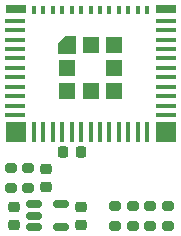
<source format=gbr>
%TF.GenerationSoftware,KiCad,Pcbnew,8.0.5*%
%TF.CreationDate,2025-07-05T11:02:35+01:00*%
%TF.ProjectId,sdrr wifi rev a,73647272-2077-4696-9669-207265762061,rev?*%
%TF.SameCoordinates,Original*%
%TF.FileFunction,Paste,Top*%
%TF.FilePolarity,Positive*%
%FSLAX46Y46*%
G04 Gerber Fmt 4.6, Leading zero omitted, Abs format (unit mm)*
G04 Created by KiCad (PCBNEW 8.0.5) date 2025-07-05 11:02:35*
%MOMM*%
%LPD*%
G01*
G04 APERTURE LIST*
G04 Aperture macros list*
%AMRoundRect*
0 Rectangle with rounded corners*
0 $1 Rounding radius*
0 $2 $3 $4 $5 $6 $7 $8 $9 X,Y pos of 4 corners*
0 Add a 4 corners polygon primitive as box body*
4,1,4,$2,$3,$4,$5,$6,$7,$8,$9,$2,$3,0*
0 Add four circle primitives for the rounded corners*
1,1,$1+$1,$2,$3*
1,1,$1+$1,$4,$5*
1,1,$1+$1,$6,$7*
1,1,$1+$1,$8,$9*
0 Add four rect primitives between the rounded corners*
20,1,$1+$1,$2,$3,$4,$5,0*
20,1,$1+$1,$4,$5,$6,$7,0*
20,1,$1+$1,$6,$7,$8,$9,0*
20,1,$1+$1,$8,$9,$2,$3,0*%
%AMFreePoly0*
4,1,6,0.725000,-0.725000,-0.725000,-0.725000,-0.725000,0.125000,-0.125000,0.725000,0.725000,0.725000,0.725000,-0.725000,0.725000,-0.725000,$1*%
G04 Aperture macros list end*
%ADD10RoundRect,0.200000X0.275000X-0.200000X0.275000X0.200000X-0.275000X0.200000X-0.275000X-0.200000X0*%
%ADD11RoundRect,0.150000X-0.512500X-0.150000X0.512500X-0.150000X0.512500X0.150000X-0.512500X0.150000X0*%
%ADD12RoundRect,0.200000X-0.275000X0.200000X-0.275000X-0.200000X0.275000X-0.200000X0.275000X0.200000X0*%
%ADD13RoundRect,0.225000X0.250000X-0.225000X0.250000X0.225000X-0.250000X0.225000X-0.250000X-0.225000X0*%
%ADD14R,1.800000X0.400000*%
%ADD15R,0.400000X1.800000*%
%ADD16R,0.400000X0.800000*%
%ADD17FreePoly0,0.000000*%
%ADD18R,1.450000X1.450000*%
%ADD19R,1.700000X0.700000*%
%ADD20R,1.700000X1.700000*%
%ADD21RoundRect,0.225000X-0.225000X-0.250000X0.225000X-0.250000X0.225000X0.250000X-0.225000X0.250000X0*%
%ADD22RoundRect,0.225000X-0.250000X0.225000X-0.250000X-0.225000X0.250000X-0.225000X0.250000X0.225000X0*%
G04 APERTURE END LIST*
D10*
%TO.C,R4*%
X60350400Y-69557400D03*
X60350400Y-67907400D03*
%TD*%
D11*
%TO.C,U2*%
X51973900Y-67767200D03*
X51973900Y-68717200D03*
X51973900Y-69667200D03*
X54248900Y-69667200D03*
X54248900Y-67767200D03*
%TD*%
D12*
%TO.C,R6*%
X51485800Y-64707000D03*
X51485800Y-66357000D03*
%TD*%
D10*
%TO.C,R3*%
X61818100Y-69557400D03*
X61818100Y-67907400D03*
%TD*%
D12*
%TO.C,R5*%
X50012600Y-64707000D03*
X50012600Y-66357000D03*
%TD*%
D13*
%TO.C,C1*%
X50311900Y-69507400D03*
X50311900Y-67957400D03*
%TD*%
D14*
%TO.C,U1*%
X50369000Y-52210200D03*
X50369000Y-53010200D03*
X50369000Y-53810200D03*
X50369000Y-54610200D03*
X50369000Y-55410200D03*
X50369000Y-56210200D03*
X50369000Y-57010200D03*
X50369000Y-57810200D03*
X50369000Y-58610200D03*
X50369000Y-59410200D03*
X50369000Y-60210200D03*
D15*
X51969000Y-61610200D03*
X52769000Y-61610200D03*
X53569000Y-61610200D03*
X54369000Y-61610200D03*
X55169000Y-61610200D03*
X55969000Y-61610200D03*
X56769000Y-61610200D03*
X57569000Y-61610200D03*
X58369000Y-61610200D03*
X59169000Y-61610200D03*
X59969000Y-61610200D03*
X60769000Y-61610200D03*
X61569000Y-61610200D03*
D14*
X63169000Y-60210200D03*
X63169000Y-59410200D03*
X63169000Y-58610200D03*
X63169000Y-57810200D03*
X63169000Y-57010200D03*
X63169000Y-56210200D03*
X63169000Y-55410200D03*
X63169000Y-54610200D03*
X63169000Y-53810200D03*
X63169000Y-53010200D03*
X63169000Y-52210200D03*
D16*
X61569000Y-51310200D03*
X60769000Y-51310200D03*
X59969000Y-51310200D03*
X59169000Y-51310200D03*
X58369000Y-51310200D03*
X57569000Y-51310200D03*
X56769000Y-51310200D03*
X55969000Y-51310200D03*
X55169000Y-51310200D03*
X54369000Y-51310200D03*
X53569000Y-51310200D03*
X52769000Y-51310200D03*
X51969000Y-51310200D03*
D17*
X54794000Y-54235200D03*
D18*
X54794000Y-56210200D03*
X54794000Y-58185200D03*
X56769000Y-54235200D03*
X56769000Y-58185200D03*
X58744000Y-54235200D03*
X58744000Y-56210200D03*
X58744000Y-58185200D03*
D19*
X63119000Y-51260200D03*
D20*
X63119000Y-61610200D03*
X50419000Y-61610200D03*
D19*
X50419000Y-51260200D03*
%TD*%
D10*
%TO.C,R1*%
X58877200Y-69557400D03*
X58877200Y-67907400D03*
%TD*%
D21*
%TO.C,C4*%
X54419200Y-63347600D03*
X55969200Y-63347600D03*
%TD*%
D22*
%TO.C,C2*%
X55925300Y-67957400D03*
X55925300Y-69507400D03*
%TD*%
D10*
%TO.C,R2*%
X63291300Y-69557400D03*
X63291300Y-67907400D03*
%TD*%
D22*
%TO.C,C3*%
X52959000Y-64757000D03*
X52959000Y-66307000D03*
%TD*%
M02*

</source>
